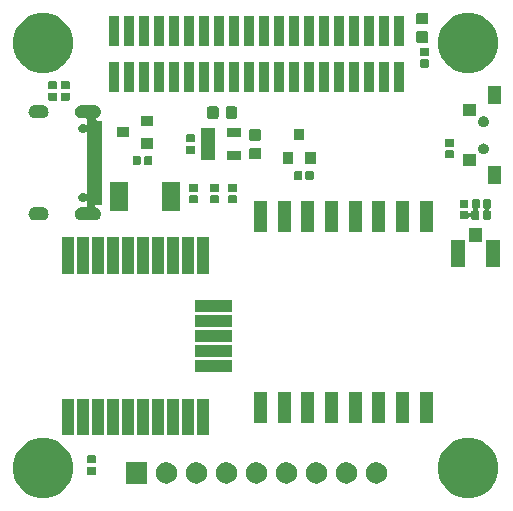
<source format=gbr>
G04 #@! TF.GenerationSoftware,KiCad,Pcbnew,(5.1.6)-1*
G04 #@! TF.CreationDate,2020-10-15T10:51:02+02:00*
G04 #@! TF.ProjectId,DynOSSAT-EDU-Comms,44796e4f-5353-4415-942d-4544552d436f,rev?*
G04 #@! TF.SameCoordinates,Original*
G04 #@! TF.FileFunction,Soldermask,Top*
G04 #@! TF.FilePolarity,Negative*
%FSLAX46Y46*%
G04 Gerber Fmt 4.6, Leading zero omitted, Abs format (unit mm)*
G04 Created by KiCad (PCBNEW (5.1.6)-1) date 2020-10-15 10:51:02*
%MOMM*%
%LPD*%
G01*
G04 APERTURE LIST*
%ADD10C,0.100000*%
G04 APERTURE END LIST*
D10*
G36*
X167649098Y-125055033D02*
G01*
X168113350Y-125247332D01*
X168113352Y-125247333D01*
X168531168Y-125526509D01*
X168886491Y-125881832D01*
X169021575Y-126084000D01*
X169165668Y-126299650D01*
X169357967Y-126763902D01*
X169456000Y-127256747D01*
X169456000Y-127759253D01*
X169357967Y-128252098D01*
X169259941Y-128488754D01*
X169165667Y-128716352D01*
X168886491Y-129134168D01*
X168531168Y-129489491D01*
X168113352Y-129768667D01*
X168113351Y-129768668D01*
X168113350Y-129768668D01*
X167649098Y-129960967D01*
X167156253Y-130059000D01*
X166653747Y-130059000D01*
X166160902Y-129960967D01*
X165696650Y-129768668D01*
X165696649Y-129768668D01*
X165696648Y-129768667D01*
X165278832Y-129489491D01*
X164923509Y-129134168D01*
X164644333Y-128716352D01*
X164550059Y-128488754D01*
X164452033Y-128252098D01*
X164354000Y-127759253D01*
X164354000Y-127256747D01*
X164452033Y-126763902D01*
X164644332Y-126299650D01*
X164788425Y-126084000D01*
X164923509Y-125881832D01*
X165278832Y-125526509D01*
X165696648Y-125247333D01*
X165696650Y-125247332D01*
X166160902Y-125055033D01*
X166653747Y-124957000D01*
X167156253Y-124957000D01*
X167649098Y-125055033D01*
G37*
G36*
X131647098Y-125055033D02*
G01*
X132111350Y-125247332D01*
X132111352Y-125247333D01*
X132529168Y-125526509D01*
X132884491Y-125881832D01*
X133019575Y-126084000D01*
X133163668Y-126299650D01*
X133355967Y-126763902D01*
X133454000Y-127256747D01*
X133454000Y-127759253D01*
X133355967Y-128252098D01*
X133257941Y-128488754D01*
X133163667Y-128716352D01*
X132884491Y-129134168D01*
X132529168Y-129489491D01*
X132111352Y-129768667D01*
X132111351Y-129768668D01*
X132111350Y-129768668D01*
X131647098Y-129960967D01*
X131154253Y-130059000D01*
X130651747Y-130059000D01*
X130158902Y-129960967D01*
X129694650Y-129768668D01*
X129694649Y-129768668D01*
X129694648Y-129768667D01*
X129276832Y-129489491D01*
X128921509Y-129134168D01*
X128642333Y-128716352D01*
X128548059Y-128488754D01*
X128450033Y-128252098D01*
X128352000Y-127759253D01*
X128352000Y-127256747D01*
X128450033Y-126763902D01*
X128642332Y-126299650D01*
X128786425Y-126084000D01*
X128921509Y-125881832D01*
X129276832Y-125526509D01*
X129694648Y-125247333D01*
X129694650Y-125247332D01*
X130158902Y-125055033D01*
X130651747Y-124957000D01*
X131154253Y-124957000D01*
X131647098Y-125055033D01*
G37*
G36*
X154164512Y-127018327D02*
G01*
X154313812Y-127048024D01*
X154477784Y-127115944D01*
X154625354Y-127214547D01*
X154750853Y-127340046D01*
X154849456Y-127487616D01*
X154917376Y-127651588D01*
X154938791Y-127759252D01*
X154952000Y-127825658D01*
X154952000Y-128003142D01*
X154947073Y-128027912D01*
X154917376Y-128177212D01*
X154849456Y-128341184D01*
X154750853Y-128488754D01*
X154625354Y-128614253D01*
X154477784Y-128712856D01*
X154313812Y-128780776D01*
X154164512Y-128810473D01*
X154139742Y-128815400D01*
X153962258Y-128815400D01*
X153937488Y-128810473D01*
X153788188Y-128780776D01*
X153624216Y-128712856D01*
X153476646Y-128614253D01*
X153351147Y-128488754D01*
X153252544Y-128341184D01*
X153184624Y-128177212D01*
X153154927Y-128027912D01*
X153150000Y-128003142D01*
X153150000Y-127825658D01*
X153163209Y-127759252D01*
X153184624Y-127651588D01*
X153252544Y-127487616D01*
X153351147Y-127340046D01*
X153476646Y-127214547D01*
X153624216Y-127115944D01*
X153788188Y-127048024D01*
X153937488Y-127018327D01*
X153962258Y-127013400D01*
X154139742Y-127013400D01*
X154164512Y-127018327D01*
G37*
G36*
X149084512Y-127018327D02*
G01*
X149233812Y-127048024D01*
X149397784Y-127115944D01*
X149545354Y-127214547D01*
X149670853Y-127340046D01*
X149769456Y-127487616D01*
X149837376Y-127651588D01*
X149858791Y-127759252D01*
X149872000Y-127825658D01*
X149872000Y-128003142D01*
X149867073Y-128027912D01*
X149837376Y-128177212D01*
X149769456Y-128341184D01*
X149670853Y-128488754D01*
X149545354Y-128614253D01*
X149397784Y-128712856D01*
X149233812Y-128780776D01*
X149084512Y-128810473D01*
X149059742Y-128815400D01*
X148882258Y-128815400D01*
X148857488Y-128810473D01*
X148708188Y-128780776D01*
X148544216Y-128712856D01*
X148396646Y-128614253D01*
X148271147Y-128488754D01*
X148172544Y-128341184D01*
X148104624Y-128177212D01*
X148074927Y-128027912D01*
X148070000Y-128003142D01*
X148070000Y-127825658D01*
X148083209Y-127759252D01*
X148104624Y-127651588D01*
X148172544Y-127487616D01*
X148271147Y-127340046D01*
X148396646Y-127214547D01*
X148544216Y-127115944D01*
X148708188Y-127048024D01*
X148857488Y-127018327D01*
X148882258Y-127013400D01*
X149059742Y-127013400D01*
X149084512Y-127018327D01*
G37*
G36*
X146544512Y-127018327D02*
G01*
X146693812Y-127048024D01*
X146857784Y-127115944D01*
X147005354Y-127214547D01*
X147130853Y-127340046D01*
X147229456Y-127487616D01*
X147297376Y-127651588D01*
X147318791Y-127759252D01*
X147332000Y-127825658D01*
X147332000Y-128003142D01*
X147327073Y-128027912D01*
X147297376Y-128177212D01*
X147229456Y-128341184D01*
X147130853Y-128488754D01*
X147005354Y-128614253D01*
X146857784Y-128712856D01*
X146693812Y-128780776D01*
X146544512Y-128810473D01*
X146519742Y-128815400D01*
X146342258Y-128815400D01*
X146317488Y-128810473D01*
X146168188Y-128780776D01*
X146004216Y-128712856D01*
X145856646Y-128614253D01*
X145731147Y-128488754D01*
X145632544Y-128341184D01*
X145564624Y-128177212D01*
X145534927Y-128027912D01*
X145530000Y-128003142D01*
X145530000Y-127825658D01*
X145543209Y-127759252D01*
X145564624Y-127651588D01*
X145632544Y-127487616D01*
X145731147Y-127340046D01*
X145856646Y-127214547D01*
X146004216Y-127115944D01*
X146168188Y-127048024D01*
X146317488Y-127018327D01*
X146342258Y-127013400D01*
X146519742Y-127013400D01*
X146544512Y-127018327D01*
G37*
G36*
X144004512Y-127018327D02*
G01*
X144153812Y-127048024D01*
X144317784Y-127115944D01*
X144465354Y-127214547D01*
X144590853Y-127340046D01*
X144689456Y-127487616D01*
X144757376Y-127651588D01*
X144778791Y-127759252D01*
X144792000Y-127825658D01*
X144792000Y-128003142D01*
X144787073Y-128027912D01*
X144757376Y-128177212D01*
X144689456Y-128341184D01*
X144590853Y-128488754D01*
X144465354Y-128614253D01*
X144317784Y-128712856D01*
X144153812Y-128780776D01*
X144004512Y-128810473D01*
X143979742Y-128815400D01*
X143802258Y-128815400D01*
X143777488Y-128810473D01*
X143628188Y-128780776D01*
X143464216Y-128712856D01*
X143316646Y-128614253D01*
X143191147Y-128488754D01*
X143092544Y-128341184D01*
X143024624Y-128177212D01*
X142994927Y-128027912D01*
X142990000Y-128003142D01*
X142990000Y-127825658D01*
X143003209Y-127759252D01*
X143024624Y-127651588D01*
X143092544Y-127487616D01*
X143191147Y-127340046D01*
X143316646Y-127214547D01*
X143464216Y-127115944D01*
X143628188Y-127048024D01*
X143777488Y-127018327D01*
X143802258Y-127013400D01*
X143979742Y-127013400D01*
X144004512Y-127018327D01*
G37*
G36*
X141464512Y-127018327D02*
G01*
X141613812Y-127048024D01*
X141777784Y-127115944D01*
X141925354Y-127214547D01*
X142050853Y-127340046D01*
X142149456Y-127487616D01*
X142217376Y-127651588D01*
X142238791Y-127759252D01*
X142252000Y-127825658D01*
X142252000Y-128003142D01*
X142247073Y-128027912D01*
X142217376Y-128177212D01*
X142149456Y-128341184D01*
X142050853Y-128488754D01*
X141925354Y-128614253D01*
X141777784Y-128712856D01*
X141613812Y-128780776D01*
X141464512Y-128810473D01*
X141439742Y-128815400D01*
X141262258Y-128815400D01*
X141237488Y-128810473D01*
X141088188Y-128780776D01*
X140924216Y-128712856D01*
X140776646Y-128614253D01*
X140651147Y-128488754D01*
X140552544Y-128341184D01*
X140484624Y-128177212D01*
X140454927Y-128027912D01*
X140450000Y-128003142D01*
X140450000Y-127825658D01*
X140463209Y-127759252D01*
X140484624Y-127651588D01*
X140552544Y-127487616D01*
X140651147Y-127340046D01*
X140776646Y-127214547D01*
X140924216Y-127115944D01*
X141088188Y-127048024D01*
X141237488Y-127018327D01*
X141262258Y-127013400D01*
X141439742Y-127013400D01*
X141464512Y-127018327D01*
G37*
G36*
X139712000Y-128815400D02*
G01*
X137910000Y-128815400D01*
X137910000Y-127013400D01*
X139712000Y-127013400D01*
X139712000Y-128815400D01*
G37*
G36*
X156704512Y-127018327D02*
G01*
X156853812Y-127048024D01*
X157017784Y-127115944D01*
X157165354Y-127214547D01*
X157290853Y-127340046D01*
X157389456Y-127487616D01*
X157457376Y-127651588D01*
X157478791Y-127759252D01*
X157492000Y-127825658D01*
X157492000Y-128003142D01*
X157487073Y-128027912D01*
X157457376Y-128177212D01*
X157389456Y-128341184D01*
X157290853Y-128488754D01*
X157165354Y-128614253D01*
X157017784Y-128712856D01*
X156853812Y-128780776D01*
X156704512Y-128810473D01*
X156679742Y-128815400D01*
X156502258Y-128815400D01*
X156477488Y-128810473D01*
X156328188Y-128780776D01*
X156164216Y-128712856D01*
X156016646Y-128614253D01*
X155891147Y-128488754D01*
X155792544Y-128341184D01*
X155724624Y-128177212D01*
X155694927Y-128027912D01*
X155690000Y-128003142D01*
X155690000Y-127825658D01*
X155703209Y-127759252D01*
X155724624Y-127651588D01*
X155792544Y-127487616D01*
X155891147Y-127340046D01*
X156016646Y-127214547D01*
X156164216Y-127115944D01*
X156328188Y-127048024D01*
X156477488Y-127018327D01*
X156502258Y-127013400D01*
X156679742Y-127013400D01*
X156704512Y-127018327D01*
G37*
G36*
X159244512Y-127018327D02*
G01*
X159393812Y-127048024D01*
X159557784Y-127115944D01*
X159705354Y-127214547D01*
X159830853Y-127340046D01*
X159929456Y-127487616D01*
X159997376Y-127651588D01*
X160018791Y-127759252D01*
X160032000Y-127825658D01*
X160032000Y-128003142D01*
X160027073Y-128027912D01*
X159997376Y-128177212D01*
X159929456Y-128341184D01*
X159830853Y-128488754D01*
X159705354Y-128614253D01*
X159557784Y-128712856D01*
X159393812Y-128780776D01*
X159244512Y-128810473D01*
X159219742Y-128815400D01*
X159042258Y-128815400D01*
X159017488Y-128810473D01*
X158868188Y-128780776D01*
X158704216Y-128712856D01*
X158556646Y-128614253D01*
X158431147Y-128488754D01*
X158332544Y-128341184D01*
X158264624Y-128177212D01*
X158234927Y-128027912D01*
X158230000Y-128003142D01*
X158230000Y-127825658D01*
X158243209Y-127759252D01*
X158264624Y-127651588D01*
X158332544Y-127487616D01*
X158431147Y-127340046D01*
X158556646Y-127214547D01*
X158704216Y-127115944D01*
X158868188Y-127048024D01*
X159017488Y-127018327D01*
X159042258Y-127013400D01*
X159219742Y-127013400D01*
X159244512Y-127018327D01*
G37*
G36*
X151624512Y-127018327D02*
G01*
X151773812Y-127048024D01*
X151937784Y-127115944D01*
X152085354Y-127214547D01*
X152210853Y-127340046D01*
X152309456Y-127487616D01*
X152377376Y-127651588D01*
X152398791Y-127759252D01*
X152412000Y-127825658D01*
X152412000Y-128003142D01*
X152407073Y-128027912D01*
X152377376Y-128177212D01*
X152309456Y-128341184D01*
X152210853Y-128488754D01*
X152085354Y-128614253D01*
X151937784Y-128712856D01*
X151773812Y-128780776D01*
X151624512Y-128810473D01*
X151599742Y-128815400D01*
X151422258Y-128815400D01*
X151397488Y-128810473D01*
X151248188Y-128780776D01*
X151084216Y-128712856D01*
X150936646Y-128614253D01*
X150811147Y-128488754D01*
X150712544Y-128341184D01*
X150644624Y-128177212D01*
X150614927Y-128027912D01*
X150610000Y-128003142D01*
X150610000Y-127825658D01*
X150623209Y-127759252D01*
X150644624Y-127651588D01*
X150712544Y-127487616D01*
X150811147Y-127340046D01*
X150936646Y-127214547D01*
X151084216Y-127115944D01*
X151248188Y-127048024D01*
X151397488Y-127018327D01*
X151422258Y-127013400D01*
X151599742Y-127013400D01*
X151624512Y-127018327D01*
G37*
G36*
X135282938Y-127395716D02*
G01*
X135303557Y-127401971D01*
X135322553Y-127412124D01*
X135339208Y-127425792D01*
X135352876Y-127442447D01*
X135363029Y-127461443D01*
X135369284Y-127482062D01*
X135372000Y-127509640D01*
X135372000Y-127968360D01*
X135369284Y-127995938D01*
X135363029Y-128016557D01*
X135352876Y-128035553D01*
X135339208Y-128052208D01*
X135322553Y-128065876D01*
X135303557Y-128076029D01*
X135282938Y-128082284D01*
X135255360Y-128085000D01*
X134746640Y-128085000D01*
X134719062Y-128082284D01*
X134698443Y-128076029D01*
X134679447Y-128065876D01*
X134662792Y-128052208D01*
X134649124Y-128035553D01*
X134638971Y-128016557D01*
X134632716Y-127995938D01*
X134630000Y-127968360D01*
X134630000Y-127509640D01*
X134632716Y-127482062D01*
X134638971Y-127461443D01*
X134649124Y-127442447D01*
X134662792Y-127425792D01*
X134679447Y-127412124D01*
X134698443Y-127401971D01*
X134719062Y-127395716D01*
X134746640Y-127393000D01*
X135255360Y-127393000D01*
X135282938Y-127395716D01*
G37*
G36*
X135282938Y-126425716D02*
G01*
X135303557Y-126431971D01*
X135322553Y-126442124D01*
X135339208Y-126455792D01*
X135352876Y-126472447D01*
X135363029Y-126491443D01*
X135369284Y-126512062D01*
X135372000Y-126539640D01*
X135372000Y-126998360D01*
X135369284Y-127025938D01*
X135363029Y-127046557D01*
X135352876Y-127065553D01*
X135339208Y-127082208D01*
X135322553Y-127095876D01*
X135303557Y-127106029D01*
X135282938Y-127112284D01*
X135255360Y-127115000D01*
X134746640Y-127115000D01*
X134719062Y-127112284D01*
X134698443Y-127106029D01*
X134679447Y-127095876D01*
X134662792Y-127082208D01*
X134649124Y-127065553D01*
X134638971Y-127046557D01*
X134632716Y-127025938D01*
X134630000Y-126998360D01*
X134630000Y-126539640D01*
X134632716Y-126512062D01*
X134638971Y-126491443D01*
X134649124Y-126472447D01*
X134662792Y-126455792D01*
X134679447Y-126442124D01*
X134698443Y-126431971D01*
X134719062Y-126425716D01*
X134746640Y-126423000D01*
X135255360Y-126423000D01*
X135282938Y-126425716D01*
G37*
G36*
X142413000Y-124733000D02*
G01*
X141411000Y-124733000D01*
X141411000Y-121631000D01*
X142413000Y-121631000D01*
X142413000Y-124733000D01*
G37*
G36*
X144953000Y-124733000D02*
G01*
X143951000Y-124733000D01*
X143951000Y-121631000D01*
X144953000Y-121631000D01*
X144953000Y-124733000D01*
G37*
G36*
X143683000Y-124733000D02*
G01*
X142681000Y-124733000D01*
X142681000Y-121631000D01*
X143683000Y-121631000D01*
X143683000Y-124733000D01*
G37*
G36*
X141143000Y-124733000D02*
G01*
X140141000Y-124733000D01*
X140141000Y-121631000D01*
X141143000Y-121631000D01*
X141143000Y-124733000D01*
G37*
G36*
X139873000Y-124733000D02*
G01*
X138871000Y-124733000D01*
X138871000Y-121631000D01*
X139873000Y-121631000D01*
X139873000Y-124733000D01*
G37*
G36*
X137333000Y-124733000D02*
G01*
X136331000Y-124733000D01*
X136331000Y-121631000D01*
X137333000Y-121631000D01*
X137333000Y-124733000D01*
G37*
G36*
X134793000Y-124733000D02*
G01*
X133791000Y-124733000D01*
X133791000Y-121631000D01*
X134793000Y-121631000D01*
X134793000Y-124733000D01*
G37*
G36*
X136063000Y-124733000D02*
G01*
X135061000Y-124733000D01*
X135061000Y-121631000D01*
X136063000Y-121631000D01*
X136063000Y-124733000D01*
G37*
G36*
X133523000Y-124733000D02*
G01*
X132521000Y-124733000D01*
X132521000Y-121631000D01*
X133523000Y-121631000D01*
X133523000Y-124733000D01*
G37*
G36*
X138603000Y-124733000D02*
G01*
X137601000Y-124733000D01*
X137601000Y-121631000D01*
X138603000Y-121631000D01*
X138603000Y-124733000D01*
G37*
G36*
X163888000Y-123701000D02*
G01*
X162786000Y-123701000D01*
X162786000Y-121099000D01*
X163888000Y-121099000D01*
X163888000Y-123701000D01*
G37*
G36*
X151888000Y-123701000D02*
G01*
X150786000Y-123701000D01*
X150786000Y-121099000D01*
X151888000Y-121099000D01*
X151888000Y-123701000D01*
G37*
G36*
X161888000Y-123701000D02*
G01*
X160786000Y-123701000D01*
X160786000Y-121099000D01*
X161888000Y-121099000D01*
X161888000Y-123701000D01*
G37*
G36*
X159888000Y-123701000D02*
G01*
X158786000Y-123701000D01*
X158786000Y-121099000D01*
X159888000Y-121099000D01*
X159888000Y-123701000D01*
G37*
G36*
X157888000Y-123701000D02*
G01*
X156786000Y-123701000D01*
X156786000Y-121099000D01*
X157888000Y-121099000D01*
X157888000Y-123701000D01*
G37*
G36*
X153888000Y-123701000D02*
G01*
X152786000Y-123701000D01*
X152786000Y-121099000D01*
X153888000Y-121099000D01*
X153888000Y-123701000D01*
G37*
G36*
X149888000Y-123701000D02*
G01*
X148786000Y-123701000D01*
X148786000Y-121099000D01*
X149888000Y-121099000D01*
X149888000Y-123701000D01*
G37*
G36*
X155888000Y-123701000D02*
G01*
X154786000Y-123701000D01*
X154786000Y-121099000D01*
X155888000Y-121099000D01*
X155888000Y-123701000D01*
G37*
G36*
X146903000Y-119383000D02*
G01*
X143801000Y-119383000D01*
X143801000Y-118381000D01*
X146903000Y-118381000D01*
X146903000Y-119383000D01*
G37*
G36*
X146903000Y-118113000D02*
G01*
X143801000Y-118113000D01*
X143801000Y-117111000D01*
X146903000Y-117111000D01*
X146903000Y-118113000D01*
G37*
G36*
X146903000Y-116833000D02*
G01*
X143801000Y-116833000D01*
X143801000Y-115831000D01*
X146903000Y-115831000D01*
X146903000Y-116833000D01*
G37*
G36*
X146903000Y-115553000D02*
G01*
X143801000Y-115553000D01*
X143801000Y-114551000D01*
X146903000Y-114551000D01*
X146903000Y-115553000D01*
G37*
G36*
X146903000Y-114283000D02*
G01*
X143801000Y-114283000D01*
X143801000Y-113281000D01*
X146903000Y-113281000D01*
X146903000Y-114283000D01*
G37*
G36*
X137333000Y-111033000D02*
G01*
X136331000Y-111033000D01*
X136331000Y-107931000D01*
X137333000Y-107931000D01*
X137333000Y-111033000D01*
G37*
G36*
X142413000Y-111033000D02*
G01*
X141411000Y-111033000D01*
X141411000Y-107931000D01*
X142413000Y-107931000D01*
X142413000Y-111033000D01*
G37*
G36*
X143683000Y-111033000D02*
G01*
X142681000Y-111033000D01*
X142681000Y-107931000D01*
X143683000Y-107931000D01*
X143683000Y-111033000D01*
G37*
G36*
X139873000Y-111033000D02*
G01*
X138871000Y-111033000D01*
X138871000Y-107931000D01*
X139873000Y-107931000D01*
X139873000Y-111033000D01*
G37*
G36*
X144953000Y-111033000D02*
G01*
X143951000Y-111033000D01*
X143951000Y-107931000D01*
X144953000Y-107931000D01*
X144953000Y-111033000D01*
G37*
G36*
X134793000Y-111033000D02*
G01*
X133791000Y-111033000D01*
X133791000Y-107931000D01*
X134793000Y-107931000D01*
X134793000Y-111033000D01*
G37*
G36*
X136063000Y-111033000D02*
G01*
X135061000Y-111033000D01*
X135061000Y-107931000D01*
X136063000Y-107931000D01*
X136063000Y-111033000D01*
G37*
G36*
X141143000Y-111033000D02*
G01*
X140141000Y-111033000D01*
X140141000Y-107931000D01*
X141143000Y-107931000D01*
X141143000Y-111033000D01*
G37*
G36*
X138603000Y-111033000D02*
G01*
X137601000Y-111033000D01*
X137601000Y-107931000D01*
X138603000Y-107931000D01*
X138603000Y-111033000D01*
G37*
G36*
X133523000Y-111033000D02*
G01*
X132521000Y-111033000D01*
X132521000Y-107931000D01*
X133523000Y-107931000D01*
X133523000Y-111033000D01*
G37*
G36*
X166614000Y-110465000D02*
G01*
X165462000Y-110465000D01*
X165462000Y-108163000D01*
X166614000Y-108163000D01*
X166614000Y-110465000D01*
G37*
G36*
X169564000Y-110465000D02*
G01*
X168412000Y-110465000D01*
X168412000Y-108163000D01*
X169564000Y-108163000D01*
X169564000Y-110465000D01*
G37*
G36*
X168064000Y-108365000D02*
G01*
X166962000Y-108365000D01*
X166962000Y-107213000D01*
X168064000Y-107213000D01*
X168064000Y-108365000D01*
G37*
G36*
X163888000Y-107501000D02*
G01*
X162786000Y-107501000D01*
X162786000Y-104899000D01*
X163888000Y-104899000D01*
X163888000Y-107501000D01*
G37*
G36*
X149888000Y-107501000D02*
G01*
X148786000Y-107501000D01*
X148786000Y-104899000D01*
X149888000Y-104899000D01*
X149888000Y-107501000D01*
G37*
G36*
X151888000Y-107501000D02*
G01*
X150786000Y-107501000D01*
X150786000Y-104899000D01*
X151888000Y-104899000D01*
X151888000Y-107501000D01*
G37*
G36*
X159888000Y-107501000D02*
G01*
X158786000Y-107501000D01*
X158786000Y-104899000D01*
X159888000Y-104899000D01*
X159888000Y-107501000D01*
G37*
G36*
X155888000Y-107501000D02*
G01*
X154786000Y-107501000D01*
X154786000Y-104899000D01*
X155888000Y-104899000D01*
X155888000Y-107501000D01*
G37*
G36*
X161888000Y-107501000D02*
G01*
X160786000Y-107501000D01*
X160786000Y-104899000D01*
X161888000Y-104899000D01*
X161888000Y-107501000D01*
G37*
G36*
X153888000Y-107501000D02*
G01*
X152786000Y-107501000D01*
X152786000Y-104899000D01*
X153888000Y-104899000D01*
X153888000Y-107501000D01*
G37*
G36*
X157888000Y-107501000D02*
G01*
X156786000Y-107501000D01*
X156786000Y-104899000D01*
X157888000Y-104899000D01*
X157888000Y-107501000D01*
G37*
G36*
X135366915Y-96802473D02*
G01*
X135470779Y-96833979D01*
X135497955Y-96848505D01*
X135566500Y-96885143D01*
X135650401Y-96953999D01*
X135719257Y-97037900D01*
X135736890Y-97070890D01*
X135770421Y-97133621D01*
X135801927Y-97237485D01*
X135812566Y-97345500D01*
X135801927Y-97453515D01*
X135770421Y-97557379D01*
X135770419Y-97557382D01*
X135719257Y-97653100D01*
X135650401Y-97737001D01*
X135566500Y-97805857D01*
X135506613Y-97837867D01*
X135470779Y-97857021D01*
X135470776Y-97857022D01*
X135461908Y-97861762D01*
X135441534Y-97875375D01*
X135424207Y-97892702D01*
X135410593Y-97913077D01*
X135401215Y-97935715D01*
X135396435Y-97959749D01*
X135396435Y-97984253D01*
X135401215Y-98008286D01*
X135410593Y-98030925D01*
X135424206Y-98051299D01*
X135441533Y-98068626D01*
X135461908Y-98082240D01*
X135484546Y-98091618D01*
X135508580Y-98096398D01*
X135520832Y-98097000D01*
X135906400Y-98097000D01*
X135906400Y-105197500D01*
X135402021Y-105197500D01*
X135377635Y-105199902D01*
X135354186Y-105207015D01*
X135332575Y-105218566D01*
X135313633Y-105234111D01*
X135298088Y-105253053D01*
X135286537Y-105274664D01*
X135279424Y-105298113D01*
X135277022Y-105322499D01*
X135279424Y-105346885D01*
X135286537Y-105370334D01*
X135298088Y-105391945D01*
X135313633Y-105410887D01*
X135332575Y-105426432D01*
X135354186Y-105437983D01*
X135365736Y-105442116D01*
X135366912Y-105442473D01*
X135366915Y-105442473D01*
X135470779Y-105473979D01*
X135471192Y-105474200D01*
X135566500Y-105525143D01*
X135650401Y-105593999D01*
X135719257Y-105677900D01*
X135746603Y-105729061D01*
X135770421Y-105773621D01*
X135801927Y-105877485D01*
X135812566Y-105985500D01*
X135801927Y-106093515D01*
X135770421Y-106197379D01*
X135770419Y-106197382D01*
X135719257Y-106293100D01*
X135650401Y-106377001D01*
X135566500Y-106445857D01*
X135497955Y-106482495D01*
X135470779Y-106497021D01*
X135366915Y-106528527D01*
X135285967Y-106536500D01*
X134131833Y-106536500D01*
X134050885Y-106528527D01*
X133947021Y-106497021D01*
X133919845Y-106482495D01*
X133851300Y-106445857D01*
X133767399Y-106377001D01*
X133698543Y-106293100D01*
X133647381Y-106197382D01*
X133647379Y-106197379D01*
X133615873Y-106093515D01*
X133605234Y-105985500D01*
X133615873Y-105877485D01*
X133647379Y-105773621D01*
X133671197Y-105729061D01*
X133698543Y-105677900D01*
X133767399Y-105593999D01*
X133851300Y-105525143D01*
X133946608Y-105474200D01*
X133947021Y-105473979D01*
X134050885Y-105442473D01*
X134131833Y-105434500D01*
X134529401Y-105434500D01*
X134553787Y-105432098D01*
X134577236Y-105424985D01*
X134598847Y-105413434D01*
X134617789Y-105397889D01*
X134633334Y-105378947D01*
X134644885Y-105357336D01*
X134651998Y-105333887D01*
X134654400Y-105309501D01*
X134654400Y-105009978D01*
X134651998Y-104985592D01*
X134644885Y-104962143D01*
X134633334Y-104940532D01*
X134617789Y-104921590D01*
X134598847Y-104906045D01*
X134577236Y-104894494D01*
X134553787Y-104887381D01*
X134529401Y-104884979D01*
X134505015Y-104887381D01*
X134481566Y-104894494D01*
X134459957Y-104906045D01*
X134442503Y-104917707D01*
X134374075Y-104946050D01*
X134374074Y-104946050D01*
X134374072Y-104946051D01*
X134301434Y-104960500D01*
X134227366Y-104960500D01*
X134154728Y-104946051D01*
X134154726Y-104946050D01*
X134154725Y-104946050D01*
X134086297Y-104917707D01*
X134024714Y-104876558D01*
X133972342Y-104824186D01*
X133931193Y-104762603D01*
X133902850Y-104694175D01*
X133888400Y-104621533D01*
X133888400Y-104547467D01*
X133888841Y-104545249D01*
X133902849Y-104474828D01*
X133903008Y-104474443D01*
X133931193Y-104406397D01*
X133972342Y-104344814D01*
X134024714Y-104292442D01*
X134086297Y-104251293D01*
X134154725Y-104222950D01*
X134154726Y-104222950D01*
X134154728Y-104222949D01*
X134227366Y-104208500D01*
X134301434Y-104208500D01*
X134374072Y-104222949D01*
X134374074Y-104222950D01*
X134374075Y-104222950D01*
X134442503Y-104251293D01*
X134442504Y-104251294D01*
X134442506Y-104251295D01*
X134459956Y-104262955D01*
X134481567Y-104274506D01*
X134505016Y-104281619D01*
X134529402Y-104284021D01*
X134553788Y-104281619D01*
X134577237Y-104274506D01*
X134598847Y-104262955D01*
X134617789Y-104247409D01*
X134633334Y-104228467D01*
X134644885Y-104206856D01*
X134651998Y-104183407D01*
X134654400Y-104159022D01*
X134654400Y-99167978D01*
X134651998Y-99143592D01*
X134644885Y-99120143D01*
X134633334Y-99098532D01*
X134617789Y-99079590D01*
X134598847Y-99064045D01*
X134577236Y-99052494D01*
X134553787Y-99045381D01*
X134529401Y-99042979D01*
X134505015Y-99045381D01*
X134481566Y-99052494D01*
X134459957Y-99064045D01*
X134442503Y-99075707D01*
X134374075Y-99104050D01*
X134374074Y-99104050D01*
X134374072Y-99104051D01*
X134301434Y-99118500D01*
X134227366Y-99118500D01*
X134154728Y-99104051D01*
X134154726Y-99104050D01*
X134154725Y-99104050D01*
X134086297Y-99075707D01*
X134024714Y-99034558D01*
X133972342Y-98982186D01*
X133931193Y-98920603D01*
X133902850Y-98852175D01*
X133900660Y-98841164D01*
X133888400Y-98779534D01*
X133888400Y-98705466D01*
X133902849Y-98632828D01*
X133902850Y-98632825D01*
X133931193Y-98564397D01*
X133972342Y-98502814D01*
X134024714Y-98450442D01*
X134086297Y-98409293D01*
X134154725Y-98380950D01*
X134154726Y-98380950D01*
X134154728Y-98380949D01*
X134227366Y-98366500D01*
X134301434Y-98366500D01*
X134374072Y-98380949D01*
X134374074Y-98380950D01*
X134374075Y-98380950D01*
X134442503Y-98409293D01*
X134442504Y-98409294D01*
X134442506Y-98409295D01*
X134459956Y-98420955D01*
X134481567Y-98432506D01*
X134505016Y-98439619D01*
X134529402Y-98442021D01*
X134553788Y-98439619D01*
X134577237Y-98432506D01*
X134598847Y-98420955D01*
X134617789Y-98405409D01*
X134633334Y-98386467D01*
X134644885Y-98364856D01*
X134651998Y-98341407D01*
X134654400Y-98317022D01*
X134654400Y-98021499D01*
X134651998Y-97997113D01*
X134644885Y-97973664D01*
X134633334Y-97952053D01*
X134617789Y-97933111D01*
X134598847Y-97917566D01*
X134577236Y-97906015D01*
X134553787Y-97898902D01*
X134529401Y-97896500D01*
X134131833Y-97896500D01*
X134050885Y-97888527D01*
X133947021Y-97857021D01*
X133919845Y-97842495D01*
X133851300Y-97805857D01*
X133767399Y-97737001D01*
X133698543Y-97653100D01*
X133647381Y-97557382D01*
X133647379Y-97557379D01*
X133615873Y-97453515D01*
X133605234Y-97345500D01*
X133615873Y-97237485D01*
X133647379Y-97133621D01*
X133680910Y-97070890D01*
X133698543Y-97037900D01*
X133767399Y-96953999D01*
X133851300Y-96885143D01*
X133919845Y-96848505D01*
X133947021Y-96833979D01*
X134050885Y-96802473D01*
X134131833Y-96794500D01*
X135285967Y-96794500D01*
X135366915Y-96802473D01*
G37*
G36*
X130936915Y-105438473D02*
G01*
X131040779Y-105469979D01*
X131064159Y-105482476D01*
X131136500Y-105521143D01*
X131220401Y-105589999D01*
X131289257Y-105673900D01*
X131318741Y-105729061D01*
X131340421Y-105769621D01*
X131371927Y-105873485D01*
X131382566Y-105981500D01*
X131371927Y-106089515D01*
X131340421Y-106193379D01*
X131340419Y-106193382D01*
X131289257Y-106289100D01*
X131220401Y-106373001D01*
X131136500Y-106441857D01*
X131067955Y-106478495D01*
X131040779Y-106493021D01*
X130936915Y-106524527D01*
X130855967Y-106532500D01*
X130201833Y-106532500D01*
X130120885Y-106524527D01*
X130017021Y-106493021D01*
X129989845Y-106478495D01*
X129921300Y-106441857D01*
X129837399Y-106373001D01*
X129768543Y-106289100D01*
X129717381Y-106193382D01*
X129717379Y-106193379D01*
X129685873Y-106089515D01*
X129675234Y-105981500D01*
X129685873Y-105873485D01*
X129717379Y-105769621D01*
X129739059Y-105729061D01*
X129768543Y-105673900D01*
X129837399Y-105589999D01*
X129921300Y-105521143D01*
X129993641Y-105482476D01*
X130017021Y-105469979D01*
X130120885Y-105438473D01*
X130201833Y-105430500D01*
X130855967Y-105430500D01*
X130936915Y-105438473D01*
G37*
G36*
X168762938Y-104762316D02*
G01*
X168783557Y-104768571D01*
X168802553Y-104778724D01*
X168819208Y-104792392D01*
X168832876Y-104809047D01*
X168843029Y-104828043D01*
X168849284Y-104848662D01*
X168852000Y-104876240D01*
X168852000Y-105384960D01*
X168849284Y-105412538D01*
X168843029Y-105433157D01*
X168832876Y-105452153D01*
X168819208Y-105468808D01*
X168802553Y-105482476D01*
X168783556Y-105492630D01*
X168767715Y-105497435D01*
X168745076Y-105506811D01*
X168724702Y-105520425D01*
X168707374Y-105537751D01*
X168693760Y-105558126D01*
X168684382Y-105580764D01*
X168679601Y-105604797D01*
X168679601Y-105629301D01*
X168684381Y-105653335D01*
X168693757Y-105675974D01*
X168707371Y-105696348D01*
X168724697Y-105713676D01*
X168745072Y-105727290D01*
X168749346Y-105729061D01*
X168777153Y-105743924D01*
X168793808Y-105757592D01*
X168807476Y-105774247D01*
X168817629Y-105793243D01*
X168823884Y-105813862D01*
X168826600Y-105841440D01*
X168826600Y-106350160D01*
X168823884Y-106377738D01*
X168817629Y-106398357D01*
X168807476Y-106417353D01*
X168793808Y-106434008D01*
X168777153Y-106447676D01*
X168758157Y-106457829D01*
X168737538Y-106464084D01*
X168709960Y-106466800D01*
X168251240Y-106466800D01*
X168223662Y-106464084D01*
X168203043Y-106457829D01*
X168184047Y-106447676D01*
X168167392Y-106434008D01*
X168153724Y-106417353D01*
X168143571Y-106398357D01*
X168137316Y-106377738D01*
X168134600Y-106350160D01*
X168134600Y-105841440D01*
X168137316Y-105813862D01*
X168143571Y-105793243D01*
X168153724Y-105774247D01*
X168167392Y-105757592D01*
X168184047Y-105743924D01*
X168203044Y-105733770D01*
X168218885Y-105728965D01*
X168241524Y-105719589D01*
X168261898Y-105705975D01*
X168279226Y-105688649D01*
X168292840Y-105668274D01*
X168302218Y-105645636D01*
X168306999Y-105621603D01*
X168306999Y-105597099D01*
X168302219Y-105573065D01*
X168292843Y-105550426D01*
X168279229Y-105530052D01*
X168261903Y-105512724D01*
X168241528Y-105499110D01*
X168237254Y-105497339D01*
X168209447Y-105482476D01*
X168192792Y-105468808D01*
X168179124Y-105452153D01*
X168168971Y-105433157D01*
X168162716Y-105412538D01*
X168160000Y-105384960D01*
X168160000Y-104876240D01*
X168162716Y-104848662D01*
X168168971Y-104828043D01*
X168179124Y-104809047D01*
X168192792Y-104792392D01*
X168209447Y-104778724D01*
X168228443Y-104768571D01*
X168249062Y-104762316D01*
X168276640Y-104759600D01*
X168735360Y-104759600D01*
X168762938Y-104762316D01*
G37*
G36*
X167792938Y-104762316D02*
G01*
X167813557Y-104768571D01*
X167832553Y-104778724D01*
X167849208Y-104792392D01*
X167862876Y-104809047D01*
X167873029Y-104828043D01*
X167879284Y-104848662D01*
X167882000Y-104876240D01*
X167882000Y-105384960D01*
X167879284Y-105412538D01*
X167873029Y-105433157D01*
X167862876Y-105452153D01*
X167849208Y-105468808D01*
X167832553Y-105482476D01*
X167813556Y-105492630D01*
X167797715Y-105497435D01*
X167775076Y-105506811D01*
X167754702Y-105520425D01*
X167737374Y-105537751D01*
X167723760Y-105558126D01*
X167714382Y-105580764D01*
X167709601Y-105604797D01*
X167709601Y-105629301D01*
X167714381Y-105653335D01*
X167723757Y-105675974D01*
X167737371Y-105696348D01*
X167754697Y-105713676D01*
X167775072Y-105727290D01*
X167779346Y-105729061D01*
X167807153Y-105743924D01*
X167823808Y-105757592D01*
X167837476Y-105774247D01*
X167847629Y-105793243D01*
X167853884Y-105813862D01*
X167856600Y-105841440D01*
X167856600Y-106350160D01*
X167853884Y-106377738D01*
X167847629Y-106398357D01*
X167837476Y-106417353D01*
X167823808Y-106434008D01*
X167807153Y-106447676D01*
X167788157Y-106457829D01*
X167767538Y-106464084D01*
X167739960Y-106466800D01*
X167281240Y-106466800D01*
X167253662Y-106464084D01*
X167233043Y-106457829D01*
X167214047Y-106447676D01*
X167197392Y-106434008D01*
X167183724Y-106417353D01*
X167173571Y-106398357D01*
X167167316Y-106377738D01*
X167164984Y-106354060D01*
X167160204Y-106330027D01*
X167150826Y-106307388D01*
X167137213Y-106287013D01*
X167119886Y-106269686D01*
X167099511Y-106256073D01*
X167076872Y-106246695D01*
X167052839Y-106241915D01*
X167028335Y-106241915D01*
X167004302Y-106246695D01*
X166981663Y-106256073D01*
X166961288Y-106269686D01*
X166943961Y-106287013D01*
X166930348Y-106307388D01*
X166920970Y-106330027D01*
X166916190Y-106354061D01*
X166916084Y-106355138D01*
X166909829Y-106375757D01*
X166899676Y-106394753D01*
X166886008Y-106411408D01*
X166869353Y-106425076D01*
X166850357Y-106435229D01*
X166829738Y-106441484D01*
X166802160Y-106444200D01*
X166293440Y-106444200D01*
X166265862Y-106441484D01*
X166245243Y-106435229D01*
X166226247Y-106425076D01*
X166209592Y-106411408D01*
X166195924Y-106394753D01*
X166185771Y-106375757D01*
X166179516Y-106355138D01*
X166176800Y-106327560D01*
X166176800Y-105868840D01*
X166179516Y-105841262D01*
X166185771Y-105820643D01*
X166195924Y-105801647D01*
X166209592Y-105784992D01*
X166226247Y-105771324D01*
X166245243Y-105761171D01*
X166265862Y-105754916D01*
X166293440Y-105752200D01*
X166802160Y-105752200D01*
X166829738Y-105754916D01*
X166850357Y-105761171D01*
X166869353Y-105771324D01*
X166886008Y-105784992D01*
X166899676Y-105801647D01*
X166909829Y-105820643D01*
X166916469Y-105842531D01*
X166920735Y-105863976D01*
X166930113Y-105886615D01*
X166943728Y-105906989D01*
X166961055Y-105924316D01*
X166981430Y-105937929D01*
X167004069Y-105947306D01*
X167028102Y-105952085D01*
X167052606Y-105952085D01*
X167076639Y-105947304D01*
X167099278Y-105937926D01*
X167119652Y-105924311D01*
X167136979Y-105906984D01*
X167150592Y-105886609D01*
X167159969Y-105863970D01*
X167164748Y-105839939D01*
X167167316Y-105813862D01*
X167173571Y-105793243D01*
X167183724Y-105774247D01*
X167197392Y-105757592D01*
X167214047Y-105743924D01*
X167233044Y-105733770D01*
X167248885Y-105728965D01*
X167271524Y-105719589D01*
X167291898Y-105705975D01*
X167309226Y-105688649D01*
X167322840Y-105668274D01*
X167332218Y-105645636D01*
X167336999Y-105621603D01*
X167336999Y-105597099D01*
X167332219Y-105573065D01*
X167322843Y-105550426D01*
X167309229Y-105530052D01*
X167291903Y-105512724D01*
X167271528Y-105499110D01*
X167267254Y-105497339D01*
X167239447Y-105482476D01*
X167222792Y-105468808D01*
X167209124Y-105452153D01*
X167198971Y-105433157D01*
X167192716Y-105412538D01*
X167190000Y-105384960D01*
X167190000Y-104876240D01*
X167192716Y-104848662D01*
X167198971Y-104828043D01*
X167209124Y-104809047D01*
X167222792Y-104792392D01*
X167239447Y-104778724D01*
X167258443Y-104768571D01*
X167279062Y-104762316D01*
X167306640Y-104759600D01*
X167765360Y-104759600D01*
X167792938Y-104762316D01*
G37*
G36*
X142473200Y-105722000D02*
G01*
X140971200Y-105722000D01*
X140971200Y-103320000D01*
X142473200Y-103320000D01*
X142473200Y-105722000D01*
G37*
G36*
X138073200Y-105722000D02*
G01*
X136571200Y-105722000D01*
X136571200Y-103320000D01*
X138073200Y-103320000D01*
X138073200Y-105722000D01*
G37*
G36*
X166829738Y-104784916D02*
G01*
X166850357Y-104791171D01*
X166869353Y-104801324D01*
X166886008Y-104814992D01*
X166899676Y-104831647D01*
X166909829Y-104850643D01*
X166916084Y-104871262D01*
X166918800Y-104898840D01*
X166918800Y-105357560D01*
X166916084Y-105385138D01*
X166909829Y-105405757D01*
X166899676Y-105424753D01*
X166886008Y-105441408D01*
X166869353Y-105455076D01*
X166850357Y-105465229D01*
X166829738Y-105471484D01*
X166802160Y-105474200D01*
X166293440Y-105474200D01*
X166265862Y-105471484D01*
X166245243Y-105465229D01*
X166226247Y-105455076D01*
X166209592Y-105441408D01*
X166195924Y-105424753D01*
X166185771Y-105405757D01*
X166179516Y-105385138D01*
X166176800Y-105357560D01*
X166176800Y-104898840D01*
X166179516Y-104871262D01*
X166185771Y-104850643D01*
X166195924Y-104831647D01*
X166209592Y-104814992D01*
X166226247Y-104801324D01*
X166245243Y-104791171D01*
X166265862Y-104784916D01*
X166293440Y-104782200D01*
X166802160Y-104782200D01*
X166829738Y-104784916D01*
G37*
G36*
X145722338Y-104408716D02*
G01*
X145742957Y-104414971D01*
X145761953Y-104425124D01*
X145778608Y-104438792D01*
X145792276Y-104455447D01*
X145802429Y-104474443D01*
X145808684Y-104495062D01*
X145811400Y-104522640D01*
X145811400Y-104981360D01*
X145808684Y-105008938D01*
X145802429Y-105029557D01*
X145792276Y-105048553D01*
X145778608Y-105065208D01*
X145761953Y-105078876D01*
X145742957Y-105089029D01*
X145722338Y-105095284D01*
X145694760Y-105098000D01*
X145186040Y-105098000D01*
X145158462Y-105095284D01*
X145137843Y-105089029D01*
X145118847Y-105078876D01*
X145102192Y-105065208D01*
X145088524Y-105048553D01*
X145078371Y-105029557D01*
X145072116Y-105008938D01*
X145069400Y-104981360D01*
X145069400Y-104522640D01*
X145072116Y-104495062D01*
X145078371Y-104474443D01*
X145088524Y-104455447D01*
X145102192Y-104438792D01*
X145118847Y-104425124D01*
X145137843Y-104414971D01*
X145158462Y-104408716D01*
X145186040Y-104406000D01*
X145694760Y-104406000D01*
X145722338Y-104408716D01*
G37*
G36*
X143944338Y-104408716D02*
G01*
X143964957Y-104414971D01*
X143983953Y-104425124D01*
X144000608Y-104438792D01*
X144014276Y-104455447D01*
X144024429Y-104474443D01*
X144030684Y-104495062D01*
X144033400Y-104522640D01*
X144033400Y-104981360D01*
X144030684Y-105008938D01*
X144024429Y-105029557D01*
X144014276Y-105048553D01*
X144000608Y-105065208D01*
X143983953Y-105078876D01*
X143964957Y-105089029D01*
X143944338Y-105095284D01*
X143916760Y-105098000D01*
X143408040Y-105098000D01*
X143380462Y-105095284D01*
X143359843Y-105089029D01*
X143340847Y-105078876D01*
X143324192Y-105065208D01*
X143310524Y-105048553D01*
X143300371Y-105029557D01*
X143294116Y-105008938D01*
X143291400Y-104981360D01*
X143291400Y-104522640D01*
X143294116Y-104495062D01*
X143300371Y-104474443D01*
X143310524Y-104455447D01*
X143324192Y-104438792D01*
X143340847Y-104425124D01*
X143359843Y-104414971D01*
X143380462Y-104408716D01*
X143408040Y-104406000D01*
X143916760Y-104406000D01*
X143944338Y-104408716D01*
G37*
G36*
X147246338Y-104408716D02*
G01*
X147266957Y-104414971D01*
X147285953Y-104425124D01*
X147302608Y-104438792D01*
X147316276Y-104455447D01*
X147326429Y-104474443D01*
X147332684Y-104495062D01*
X147335400Y-104522640D01*
X147335400Y-104981360D01*
X147332684Y-105008938D01*
X147326429Y-105029557D01*
X147316276Y-105048553D01*
X147302608Y-105065208D01*
X147285953Y-105078876D01*
X147266957Y-105089029D01*
X147246338Y-105095284D01*
X147218760Y-105098000D01*
X146710040Y-105098000D01*
X146682462Y-105095284D01*
X146661843Y-105089029D01*
X146642847Y-105078876D01*
X146626192Y-105065208D01*
X146612524Y-105048553D01*
X146602371Y-105029557D01*
X146596116Y-105008938D01*
X146593400Y-104981360D01*
X146593400Y-104522640D01*
X146596116Y-104495062D01*
X146602371Y-104474443D01*
X146612524Y-104455447D01*
X146626192Y-104438792D01*
X146642847Y-104425124D01*
X146661843Y-104414971D01*
X146682462Y-104408716D01*
X146710040Y-104406000D01*
X147218760Y-104406000D01*
X147246338Y-104408716D01*
G37*
G36*
X145722338Y-103438716D02*
G01*
X145742957Y-103444971D01*
X145761953Y-103455124D01*
X145778608Y-103468792D01*
X145792276Y-103485447D01*
X145802429Y-103504443D01*
X145808684Y-103525062D01*
X145811400Y-103552640D01*
X145811400Y-104011360D01*
X145808684Y-104038938D01*
X145802429Y-104059557D01*
X145792276Y-104078553D01*
X145778608Y-104095208D01*
X145761953Y-104108876D01*
X145742957Y-104119029D01*
X145722338Y-104125284D01*
X145694760Y-104128000D01*
X145186040Y-104128000D01*
X145158462Y-104125284D01*
X145137843Y-104119029D01*
X145118847Y-104108876D01*
X145102192Y-104095208D01*
X145088524Y-104078553D01*
X145078371Y-104059557D01*
X145072116Y-104038938D01*
X145069400Y-104011360D01*
X145069400Y-103552640D01*
X145072116Y-103525062D01*
X145078371Y-103504443D01*
X145088524Y-103485447D01*
X145102192Y-103468792D01*
X145118847Y-103455124D01*
X145137843Y-103444971D01*
X145158462Y-103438716D01*
X145186040Y-103436000D01*
X145694760Y-103436000D01*
X145722338Y-103438716D01*
G37*
G36*
X147246338Y-103438716D02*
G01*
X147266957Y-103444971D01*
X147285953Y-103455124D01*
X147302608Y-103468792D01*
X147316276Y-103485447D01*
X147326429Y-103504443D01*
X147332684Y-103525062D01*
X147335400Y-103552640D01*
X147335400Y-104011360D01*
X147332684Y-104038938D01*
X147326429Y-104059557D01*
X147316276Y-104078553D01*
X147302608Y-104095208D01*
X147285953Y-104108876D01*
X147266957Y-104119029D01*
X147246338Y-104125284D01*
X147218760Y-104128000D01*
X146710040Y-104128000D01*
X146682462Y-104125284D01*
X146661843Y-104119029D01*
X146642847Y-104108876D01*
X146626192Y-104095208D01*
X146612524Y-104078553D01*
X146602371Y-104059557D01*
X146596116Y-104038938D01*
X146593400Y-104011360D01*
X146593400Y-103552640D01*
X146596116Y-103525062D01*
X146602371Y-103504443D01*
X146612524Y-103485447D01*
X146626192Y-103468792D01*
X146642847Y-103455124D01*
X146661843Y-103444971D01*
X146682462Y-103438716D01*
X146710040Y-103436000D01*
X147218760Y-103436000D01*
X147246338Y-103438716D01*
G37*
G36*
X143944338Y-103438716D02*
G01*
X143964957Y-103444971D01*
X143983953Y-103455124D01*
X144000608Y-103468792D01*
X144014276Y-103485447D01*
X144024429Y-103504443D01*
X144030684Y-103525062D01*
X144033400Y-103552640D01*
X144033400Y-104011360D01*
X144030684Y-104038938D01*
X144024429Y-104059557D01*
X144014276Y-104078553D01*
X144000608Y-104095208D01*
X143983953Y-104108876D01*
X143964957Y-104119029D01*
X143944338Y-104125284D01*
X143916760Y-104128000D01*
X143408040Y-104128000D01*
X143380462Y-104125284D01*
X143359843Y-104119029D01*
X143340847Y-104108876D01*
X143324192Y-104095208D01*
X143310524Y-104078553D01*
X143300371Y-104059557D01*
X143294116Y-104038938D01*
X143291400Y-104011360D01*
X143291400Y-103552640D01*
X143294116Y-103525062D01*
X143300371Y-103504443D01*
X143310524Y-103485447D01*
X143324192Y-103468792D01*
X143340847Y-103455124D01*
X143359843Y-103444971D01*
X143380462Y-103438716D01*
X143408040Y-103436000D01*
X143916760Y-103436000D01*
X143944338Y-103438716D01*
G37*
G36*
X169656000Y-103490000D02*
G01*
X168554000Y-103490000D01*
X168554000Y-101938000D01*
X169656000Y-101938000D01*
X169656000Y-103490000D01*
G37*
G36*
X152756138Y-102374716D02*
G01*
X152776757Y-102380971D01*
X152795753Y-102391124D01*
X152812408Y-102404792D01*
X152826076Y-102421447D01*
X152836229Y-102440443D01*
X152842484Y-102461062D01*
X152845200Y-102488640D01*
X152845200Y-102997360D01*
X152842484Y-103024938D01*
X152836229Y-103045557D01*
X152826076Y-103064553D01*
X152812408Y-103081208D01*
X152795753Y-103094876D01*
X152776757Y-103105029D01*
X152756138Y-103111284D01*
X152728560Y-103114000D01*
X152269840Y-103114000D01*
X152242262Y-103111284D01*
X152221643Y-103105029D01*
X152202647Y-103094876D01*
X152185992Y-103081208D01*
X152172324Y-103064553D01*
X152162171Y-103045557D01*
X152155916Y-103024938D01*
X152153200Y-102997360D01*
X152153200Y-102488640D01*
X152155916Y-102461062D01*
X152162171Y-102440443D01*
X152172324Y-102421447D01*
X152185992Y-102404792D01*
X152202647Y-102391124D01*
X152221643Y-102380971D01*
X152242262Y-102374716D01*
X152269840Y-102372000D01*
X152728560Y-102372000D01*
X152756138Y-102374716D01*
G37*
G36*
X153726138Y-102374716D02*
G01*
X153746757Y-102380971D01*
X153765753Y-102391124D01*
X153782408Y-102404792D01*
X153796076Y-102421447D01*
X153806229Y-102440443D01*
X153812484Y-102461062D01*
X153815200Y-102488640D01*
X153815200Y-102997360D01*
X153812484Y-103024938D01*
X153806229Y-103045557D01*
X153796076Y-103064553D01*
X153782408Y-103081208D01*
X153765753Y-103094876D01*
X153746757Y-103105029D01*
X153726138Y-103111284D01*
X153698560Y-103114000D01*
X153239840Y-103114000D01*
X153212262Y-103111284D01*
X153191643Y-103105029D01*
X153172647Y-103094876D01*
X153155992Y-103081208D01*
X153142324Y-103064553D01*
X153132171Y-103045557D01*
X153125916Y-103024938D01*
X153123200Y-102997360D01*
X153123200Y-102488640D01*
X153125916Y-102461062D01*
X153132171Y-102440443D01*
X153142324Y-102421447D01*
X153155992Y-102404792D01*
X153172647Y-102391124D01*
X153191643Y-102380971D01*
X153212262Y-102374716D01*
X153239840Y-102372000D01*
X153698560Y-102372000D01*
X153726138Y-102374716D01*
G37*
G36*
X167556000Y-101915000D02*
G01*
X166454000Y-101915000D01*
X166454000Y-100913000D01*
X167556000Y-100913000D01*
X167556000Y-101915000D01*
G37*
G36*
X139090938Y-101104716D02*
G01*
X139111557Y-101110971D01*
X139130553Y-101121124D01*
X139147208Y-101134792D01*
X139160876Y-101151447D01*
X139171029Y-101170443D01*
X139177284Y-101191062D01*
X139180000Y-101218640D01*
X139180000Y-101727360D01*
X139177284Y-101754938D01*
X139171029Y-101775557D01*
X139160876Y-101794553D01*
X139147208Y-101811208D01*
X139130553Y-101824876D01*
X139111557Y-101835029D01*
X139090938Y-101841284D01*
X139063360Y-101844000D01*
X138604640Y-101844000D01*
X138577062Y-101841284D01*
X138556443Y-101835029D01*
X138537447Y-101824876D01*
X138520792Y-101811208D01*
X138507124Y-101794553D01*
X138496971Y-101775557D01*
X138490716Y-101754938D01*
X138488000Y-101727360D01*
X138488000Y-101218640D01*
X138490716Y-101191062D01*
X138496971Y-101170443D01*
X138507124Y-101151447D01*
X138520792Y-101134792D01*
X138537447Y-101121124D01*
X138556443Y-101110971D01*
X138577062Y-101104716D01*
X138604640Y-101102000D01*
X139063360Y-101102000D01*
X139090938Y-101104716D01*
G37*
G36*
X140060938Y-101104716D02*
G01*
X140081557Y-101110971D01*
X140100553Y-101121124D01*
X140117208Y-101134792D01*
X140130876Y-101151447D01*
X140141029Y-101170443D01*
X140147284Y-101191062D01*
X140150000Y-101218640D01*
X140150000Y-101727360D01*
X140147284Y-101754938D01*
X140141029Y-101775557D01*
X140130876Y-101794553D01*
X140117208Y-101811208D01*
X140100553Y-101824876D01*
X140081557Y-101835029D01*
X140060938Y-101841284D01*
X140033360Y-101844000D01*
X139574640Y-101844000D01*
X139547062Y-101841284D01*
X139526443Y-101835029D01*
X139507447Y-101824876D01*
X139490792Y-101811208D01*
X139477124Y-101794553D01*
X139466971Y-101775557D01*
X139460716Y-101754938D01*
X139458000Y-101727360D01*
X139458000Y-101218640D01*
X139460716Y-101191062D01*
X139466971Y-101170443D01*
X139477124Y-101151447D01*
X139490792Y-101134792D01*
X139507447Y-101121124D01*
X139526443Y-101110971D01*
X139547062Y-101104716D01*
X139574640Y-101102000D01*
X140033360Y-101102000D01*
X140060938Y-101104716D01*
G37*
G36*
X152091500Y-101767500D02*
G01*
X151189500Y-101767500D01*
X151189500Y-100765500D01*
X152091500Y-100765500D01*
X152091500Y-101767500D01*
G37*
G36*
X153991500Y-101767500D02*
G01*
X153089500Y-101767500D01*
X153089500Y-100765500D01*
X153991500Y-100765500D01*
X153991500Y-101767500D01*
G37*
G36*
X145480200Y-101402000D02*
G01*
X144318200Y-101402000D01*
X144318200Y-98750000D01*
X145480200Y-98750000D01*
X145480200Y-101402000D01*
G37*
G36*
X147680200Y-101402000D02*
G01*
X146518200Y-101402000D01*
X146518200Y-100650000D01*
X147680200Y-100650000D01*
X147680200Y-101402000D01*
G37*
G36*
X149248991Y-100379085D02*
G01*
X149282969Y-100389393D01*
X149314290Y-100406134D01*
X149341739Y-100428661D01*
X149364266Y-100456110D01*
X149381007Y-100487431D01*
X149391315Y-100521409D01*
X149395400Y-100562890D01*
X149395400Y-101164110D01*
X149391315Y-101205591D01*
X149381007Y-101239569D01*
X149364266Y-101270890D01*
X149341739Y-101298339D01*
X149314290Y-101320866D01*
X149282969Y-101337607D01*
X149248991Y-101347915D01*
X149207510Y-101352000D01*
X148531290Y-101352000D01*
X148489809Y-101347915D01*
X148455831Y-101337607D01*
X148424510Y-101320866D01*
X148397061Y-101298339D01*
X148374534Y-101270890D01*
X148357793Y-101239569D01*
X148347485Y-101205591D01*
X148343400Y-101164110D01*
X148343400Y-100562890D01*
X148347485Y-100521409D01*
X148357793Y-100487431D01*
X148374534Y-100456110D01*
X148397061Y-100428661D01*
X148424510Y-100406134D01*
X148455831Y-100389393D01*
X148489809Y-100379085D01*
X148531290Y-100375000D01*
X149207510Y-100375000D01*
X149248991Y-100379085D01*
G37*
G36*
X165610538Y-100598716D02*
G01*
X165631157Y-100604971D01*
X165650153Y-100615124D01*
X165666808Y-100628792D01*
X165680476Y-100645447D01*
X165690629Y-100664443D01*
X165696884Y-100685062D01*
X165699600Y-100712640D01*
X165699600Y-101171360D01*
X165696884Y-101198938D01*
X165690629Y-101219557D01*
X165680476Y-101238553D01*
X165666808Y-101255208D01*
X165650153Y-101268876D01*
X165631157Y-101279029D01*
X165610538Y-101285284D01*
X165582960Y-101288000D01*
X165074240Y-101288000D01*
X165046662Y-101285284D01*
X165026043Y-101279029D01*
X165007047Y-101268876D01*
X164990392Y-101255208D01*
X164976724Y-101238553D01*
X164966571Y-101219557D01*
X164960316Y-101198938D01*
X164957600Y-101171360D01*
X164957600Y-100712640D01*
X164960316Y-100685062D01*
X164966571Y-100664443D01*
X164976724Y-100645447D01*
X164990392Y-100628792D01*
X165007047Y-100615124D01*
X165026043Y-100604971D01*
X165046662Y-100598716D01*
X165074240Y-100596000D01*
X165582960Y-100596000D01*
X165610538Y-100598716D01*
G37*
G36*
X168336552Y-100030331D02*
G01*
X168418627Y-100064328D01*
X168418629Y-100064329D01*
X168455813Y-100089175D01*
X168492495Y-100113685D01*
X168555315Y-100176505D01*
X168578500Y-100211204D01*
X168602948Y-100247792D01*
X168604672Y-100250373D01*
X168638669Y-100332448D01*
X168656000Y-100419579D01*
X168656000Y-100508421D01*
X168638669Y-100595552D01*
X168610133Y-100664443D01*
X168604671Y-100677629D01*
X168587855Y-100702796D01*
X168555315Y-100751495D01*
X168492495Y-100814315D01*
X168468850Y-100830114D01*
X168418629Y-100863671D01*
X168418628Y-100863672D01*
X168418627Y-100863672D01*
X168336552Y-100897669D01*
X168249421Y-100915000D01*
X168160579Y-100915000D01*
X168073448Y-100897669D01*
X167991373Y-100863672D01*
X167991372Y-100863672D01*
X167991371Y-100863671D01*
X167941150Y-100830114D01*
X167917505Y-100814315D01*
X167854685Y-100751495D01*
X167822145Y-100702796D01*
X167805329Y-100677629D01*
X167799867Y-100664443D01*
X167771331Y-100595552D01*
X167754000Y-100508421D01*
X167754000Y-100419579D01*
X167771331Y-100332448D01*
X167805328Y-100250373D01*
X167807053Y-100247792D01*
X167831500Y-100211204D01*
X167854685Y-100176505D01*
X167917505Y-100113685D01*
X167954187Y-100089175D01*
X167991371Y-100064329D01*
X167991373Y-100064328D01*
X168073448Y-100030331D01*
X168160579Y-100013000D01*
X168249421Y-100013000D01*
X168336552Y-100030331D01*
G37*
G36*
X143664938Y-100217716D02*
G01*
X143685557Y-100223971D01*
X143704553Y-100234124D01*
X143721208Y-100247792D01*
X143734876Y-100264447D01*
X143745029Y-100283443D01*
X143751284Y-100304062D01*
X143754000Y-100331640D01*
X143754000Y-100790360D01*
X143751284Y-100817938D01*
X143745029Y-100838557D01*
X143734876Y-100857553D01*
X143721208Y-100874208D01*
X143704553Y-100887876D01*
X143685557Y-100898029D01*
X143664938Y-100904284D01*
X143637360Y-100907000D01*
X143128640Y-100907000D01*
X143101062Y-100904284D01*
X143080443Y-100898029D01*
X143061447Y-100887876D01*
X143044792Y-100874208D01*
X143031124Y-100857553D01*
X143020971Y-100838557D01*
X143014716Y-100817938D01*
X143012000Y-100790360D01*
X143012000Y-100331640D01*
X143014716Y-100304062D01*
X143020971Y-100283443D01*
X143031124Y-100264447D01*
X143044792Y-100247792D01*
X143061447Y-100234124D01*
X143080443Y-100223971D01*
X143101062Y-100217716D01*
X143128640Y-100215000D01*
X143637360Y-100215000D01*
X143664938Y-100217716D01*
G37*
G36*
X140185000Y-100461000D02*
G01*
X139183000Y-100461000D01*
X139183000Y-99559000D01*
X140185000Y-99559000D01*
X140185000Y-100461000D01*
G37*
G36*
X165610538Y-99628716D02*
G01*
X165631157Y-99634971D01*
X165650153Y-99645124D01*
X165666808Y-99658792D01*
X165680476Y-99675447D01*
X165690629Y-99694443D01*
X165696884Y-99715062D01*
X165699600Y-99742640D01*
X165699600Y-100201360D01*
X165696884Y-100228938D01*
X165690629Y-100249557D01*
X165680476Y-100268553D01*
X165666808Y-100285208D01*
X165650153Y-100298876D01*
X165631157Y-100309029D01*
X165610538Y-100315284D01*
X165582960Y-100318000D01*
X165074240Y-100318000D01*
X165046662Y-100315284D01*
X165026043Y-100309029D01*
X165007047Y-100298876D01*
X164990392Y-100285208D01*
X164976724Y-100268553D01*
X164966571Y-100249557D01*
X164960316Y-100228938D01*
X164957600Y-100201360D01*
X164957600Y-99742640D01*
X164960316Y-99715062D01*
X164966571Y-99694443D01*
X164976724Y-99675447D01*
X164990392Y-99658792D01*
X165007047Y-99645124D01*
X165026043Y-99634971D01*
X165046662Y-99628716D01*
X165074240Y-99626000D01*
X165582960Y-99626000D01*
X165610538Y-99628716D01*
G37*
G36*
X143664938Y-99247716D02*
G01*
X143685557Y-99253971D01*
X143704553Y-99264124D01*
X143721208Y-99277792D01*
X143734876Y-99294447D01*
X143745029Y-99313443D01*
X143751284Y-99334062D01*
X143754000Y-99361640D01*
X143754000Y-99820360D01*
X143751284Y-99847938D01*
X143745029Y-99868557D01*
X143734876Y-99887553D01*
X143721208Y-99904208D01*
X143704553Y-99917876D01*
X143685557Y-99928029D01*
X143664938Y-99934284D01*
X143637360Y-99937000D01*
X143128640Y-99937000D01*
X143101062Y-99934284D01*
X143080443Y-99928029D01*
X143061447Y-99917876D01*
X143044792Y-99904208D01*
X143031124Y-99887553D01*
X143020971Y-99868557D01*
X143014716Y-99847938D01*
X143012000Y-99820360D01*
X143012000Y-99361640D01*
X143014716Y-99334062D01*
X143020971Y-99313443D01*
X143031124Y-99294447D01*
X143044792Y-99277792D01*
X143061447Y-99264124D01*
X143080443Y-99253971D01*
X143101062Y-99247716D01*
X143128640Y-99245000D01*
X143637360Y-99245000D01*
X143664938Y-99247716D01*
G37*
G36*
X149248991Y-98804085D02*
G01*
X149282969Y-98814393D01*
X149314290Y-98831134D01*
X149341739Y-98853661D01*
X149364266Y-98881110D01*
X149381007Y-98912431D01*
X149391315Y-98946409D01*
X149395400Y-98987890D01*
X149395400Y-99589110D01*
X149391315Y-99630591D01*
X149381007Y-99664569D01*
X149364266Y-99695890D01*
X149341739Y-99723339D01*
X149314290Y-99745866D01*
X149282969Y-99762607D01*
X149248991Y-99772915D01*
X149207510Y-99777000D01*
X148531290Y-99777000D01*
X148489809Y-99772915D01*
X148455831Y-99762607D01*
X148424510Y-99745866D01*
X148397061Y-99723339D01*
X148374534Y-99695890D01*
X148357793Y-99664569D01*
X148347485Y-99630591D01*
X148343400Y-99589110D01*
X148343400Y-98987890D01*
X148347485Y-98946409D01*
X148357793Y-98912431D01*
X148374534Y-98881110D01*
X148397061Y-98853661D01*
X148424510Y-98831134D01*
X148455831Y-98814393D01*
X148489809Y-98804085D01*
X148531290Y-98800000D01*
X149207510Y-98800000D01*
X149248991Y-98804085D01*
G37*
G36*
X153041500Y-99767500D02*
G01*
X152139500Y-99767500D01*
X152139500Y-98765500D01*
X153041500Y-98765500D01*
X153041500Y-99767500D01*
G37*
G36*
X138185000Y-99511000D02*
G01*
X137183000Y-99511000D01*
X137183000Y-98609000D01*
X138185000Y-98609000D01*
X138185000Y-99511000D01*
G37*
G36*
X147680200Y-99502000D02*
G01*
X146518200Y-99502000D01*
X146518200Y-98750000D01*
X147680200Y-98750000D01*
X147680200Y-99502000D01*
G37*
G36*
X168336552Y-97730331D02*
G01*
X168418627Y-97764328D01*
X168418629Y-97764329D01*
X168454939Y-97788591D01*
X168492495Y-97813685D01*
X168555315Y-97876505D01*
X168604672Y-97950373D01*
X168638669Y-98032448D01*
X168656000Y-98119579D01*
X168656000Y-98208421D01*
X168638669Y-98295552D01*
X168609962Y-98364856D01*
X168604671Y-98377629D01*
X168583513Y-98409294D01*
X168556019Y-98450442D01*
X168555314Y-98451496D01*
X168492496Y-98514314D01*
X168418629Y-98563671D01*
X168418628Y-98563672D01*
X168418627Y-98563672D01*
X168336552Y-98597669D01*
X168249421Y-98615000D01*
X168160579Y-98615000D01*
X168073448Y-98597669D01*
X167991373Y-98563672D01*
X167991372Y-98563672D01*
X167991371Y-98563671D01*
X167917504Y-98514314D01*
X167854686Y-98451496D01*
X167853982Y-98450442D01*
X167826487Y-98409294D01*
X167805329Y-98377629D01*
X167800038Y-98364856D01*
X167771331Y-98295552D01*
X167754000Y-98208421D01*
X167754000Y-98119579D01*
X167771331Y-98032448D01*
X167805328Y-97950373D01*
X167854685Y-97876505D01*
X167917505Y-97813685D01*
X167955061Y-97788591D01*
X167991371Y-97764329D01*
X167991373Y-97764328D01*
X168073448Y-97730331D01*
X168160579Y-97713000D01*
X168249421Y-97713000D01*
X168336552Y-97730331D01*
G37*
G36*
X140185000Y-98561000D02*
G01*
X139183000Y-98561000D01*
X139183000Y-97659000D01*
X140185000Y-97659000D01*
X140185000Y-98561000D01*
G37*
G36*
X147204991Y-96887085D02*
G01*
X147238969Y-96897393D01*
X147270290Y-96914134D01*
X147297739Y-96936661D01*
X147320266Y-96964110D01*
X147337007Y-96995431D01*
X147347315Y-97029409D01*
X147351400Y-97070890D01*
X147351400Y-97747110D01*
X147347315Y-97788591D01*
X147337007Y-97822569D01*
X147320266Y-97853890D01*
X147297739Y-97881339D01*
X147270290Y-97903866D01*
X147238969Y-97920607D01*
X147204991Y-97930915D01*
X147163510Y-97935000D01*
X146562290Y-97935000D01*
X146520809Y-97930915D01*
X146486831Y-97920607D01*
X146455510Y-97903866D01*
X146428061Y-97881339D01*
X146405534Y-97853890D01*
X146388793Y-97822569D01*
X146378485Y-97788591D01*
X146374400Y-97747110D01*
X146374400Y-97070890D01*
X146378485Y-97029409D01*
X146388793Y-96995431D01*
X146405534Y-96964110D01*
X146428061Y-96936661D01*
X146455510Y-96914134D01*
X146486831Y-96897393D01*
X146520809Y-96887085D01*
X146562290Y-96883000D01*
X147163510Y-96883000D01*
X147204991Y-96887085D01*
G37*
G36*
X145629991Y-96887085D02*
G01*
X145663969Y-96897393D01*
X145695290Y-96914134D01*
X145722739Y-96936661D01*
X145745266Y-96964110D01*
X145762007Y-96995431D01*
X145772315Y-97029409D01*
X145776400Y-97070890D01*
X145776400Y-97747110D01*
X145772315Y-97788591D01*
X145762007Y-97822569D01*
X145745266Y-97853890D01*
X145722739Y-97881339D01*
X145695290Y-97903866D01*
X145663969Y-97920607D01*
X145629991Y-97930915D01*
X145588510Y-97935000D01*
X144987290Y-97935000D01*
X144945809Y-97930915D01*
X144911831Y-97920607D01*
X144880510Y-97903866D01*
X144853061Y-97881339D01*
X144830534Y-97853890D01*
X144813793Y-97822569D01*
X144803485Y-97788591D01*
X144799400Y-97747110D01*
X144799400Y-97070890D01*
X144803485Y-97029409D01*
X144813793Y-96995431D01*
X144830534Y-96964110D01*
X144853061Y-96936661D01*
X144880510Y-96914134D01*
X144911831Y-96897393D01*
X144945809Y-96887085D01*
X144987290Y-96883000D01*
X145588510Y-96883000D01*
X145629991Y-96887085D01*
G37*
G36*
X130936915Y-96798473D02*
G01*
X131040779Y-96829979D01*
X131048262Y-96833979D01*
X131136500Y-96881143D01*
X131220401Y-96949999D01*
X131289257Y-97033900D01*
X131309028Y-97070890D01*
X131340421Y-97129621D01*
X131371927Y-97233485D01*
X131382566Y-97341500D01*
X131371927Y-97449515D01*
X131340421Y-97553379D01*
X131340419Y-97553382D01*
X131289257Y-97649100D01*
X131220401Y-97733001D01*
X131136500Y-97801857D01*
X131097750Y-97822569D01*
X131040779Y-97853021D01*
X130936915Y-97884527D01*
X130855967Y-97892500D01*
X130201833Y-97892500D01*
X130120885Y-97884527D01*
X130017021Y-97853021D01*
X129960050Y-97822569D01*
X129921300Y-97801857D01*
X129837399Y-97733001D01*
X129768543Y-97649100D01*
X129717381Y-97553382D01*
X129717379Y-97553379D01*
X129685873Y-97449515D01*
X129675234Y-97341500D01*
X129685873Y-97233485D01*
X129717379Y-97129621D01*
X129748772Y-97070890D01*
X129768543Y-97033900D01*
X129837399Y-96949999D01*
X129921300Y-96881143D01*
X130009538Y-96833979D01*
X130017021Y-96829979D01*
X130120885Y-96798473D01*
X130201833Y-96790500D01*
X130855967Y-96790500D01*
X130936915Y-96798473D01*
G37*
G36*
X167556000Y-97715000D02*
G01*
X166454000Y-97715000D01*
X166454000Y-96713000D01*
X167556000Y-96713000D01*
X167556000Y-97715000D01*
G37*
G36*
X169656000Y-96690000D02*
G01*
X168554000Y-96690000D01*
X168554000Y-95138000D01*
X169656000Y-95138000D01*
X169656000Y-96690000D01*
G37*
G36*
X133073138Y-95721916D02*
G01*
X133093757Y-95728171D01*
X133112753Y-95738324D01*
X133129408Y-95751992D01*
X133143076Y-95768647D01*
X133153229Y-95787643D01*
X133159484Y-95808262D01*
X133162200Y-95835840D01*
X133162200Y-96294560D01*
X133159484Y-96322138D01*
X133153229Y-96342757D01*
X133143076Y-96361753D01*
X133129408Y-96378408D01*
X133112753Y-96392076D01*
X133093757Y-96402229D01*
X133073138Y-96408484D01*
X133045560Y-96411200D01*
X132536840Y-96411200D01*
X132509262Y-96408484D01*
X132488643Y-96402229D01*
X132469647Y-96392076D01*
X132452992Y-96378408D01*
X132439324Y-96361753D01*
X132429171Y-96342757D01*
X132422916Y-96322138D01*
X132420200Y-96294560D01*
X132420200Y-95835840D01*
X132422916Y-95808262D01*
X132429171Y-95787643D01*
X132439324Y-95768647D01*
X132452992Y-95751992D01*
X132469647Y-95738324D01*
X132488643Y-95728171D01*
X132509262Y-95721916D01*
X132536840Y-95719200D01*
X133045560Y-95719200D01*
X133073138Y-95721916D01*
G37*
G36*
X132006338Y-95721916D02*
G01*
X132026957Y-95728171D01*
X132045953Y-95738324D01*
X132062608Y-95751992D01*
X132076276Y-95768647D01*
X132086429Y-95787643D01*
X132092684Y-95808262D01*
X132095400Y-95835840D01*
X132095400Y-96294560D01*
X132092684Y-96322138D01*
X132086429Y-96342757D01*
X132076276Y-96361753D01*
X132062608Y-96378408D01*
X132045953Y-96392076D01*
X132026957Y-96402229D01*
X132006338Y-96408484D01*
X131978760Y-96411200D01*
X131470040Y-96411200D01*
X131442462Y-96408484D01*
X131421843Y-96402229D01*
X131402847Y-96392076D01*
X131386192Y-96378408D01*
X131372524Y-96361753D01*
X131362371Y-96342757D01*
X131356116Y-96322138D01*
X131353400Y-96294560D01*
X131353400Y-95835840D01*
X131356116Y-95808262D01*
X131362371Y-95787643D01*
X131372524Y-95768647D01*
X131386192Y-95751992D01*
X131402847Y-95738324D01*
X131421843Y-95728171D01*
X131442462Y-95721916D01*
X131470040Y-95719200D01*
X131978760Y-95719200D01*
X132006338Y-95721916D01*
G37*
G36*
X143677000Y-95657000D02*
G01*
X142835000Y-95657000D01*
X142835000Y-93155000D01*
X143677000Y-93155000D01*
X143677000Y-95657000D01*
G37*
G36*
X141137000Y-95657000D02*
G01*
X140295000Y-95657000D01*
X140295000Y-93155000D01*
X141137000Y-93155000D01*
X141137000Y-95657000D01*
G37*
G36*
X139867000Y-95657000D02*
G01*
X139025000Y-95657000D01*
X139025000Y-93155000D01*
X139867000Y-93155000D01*
X139867000Y-95657000D01*
G37*
G36*
X138597000Y-95657000D02*
G01*
X137755000Y-95657000D01*
X137755000Y-93155000D01*
X138597000Y-93155000D01*
X138597000Y-95657000D01*
G37*
G36*
X161457000Y-95657000D02*
G01*
X160615000Y-95657000D01*
X160615000Y-93155000D01*
X161457000Y-93155000D01*
X161457000Y-95657000D01*
G37*
G36*
X155107000Y-95657000D02*
G01*
X154265000Y-95657000D01*
X154265000Y-93155000D01*
X155107000Y-93155000D01*
X155107000Y-95657000D01*
G37*
G36*
X156377000Y-95657000D02*
G01*
X155535000Y-95657000D01*
X155535000Y-93155000D01*
X156377000Y-93155000D01*
X156377000Y-95657000D01*
G37*
G36*
X157647000Y-95657000D02*
G01*
X156805000Y-95657000D01*
X156805000Y-93155000D01*
X157647000Y-93155000D01*
X157647000Y-95657000D01*
G37*
G36*
X158917000Y-95657000D02*
G01*
X158075000Y-95657000D01*
X158075000Y-93155000D01*
X158917000Y-93155000D01*
X158917000Y-95657000D01*
G37*
G36*
X160187000Y-95657000D02*
G01*
X159345000Y-95657000D01*
X159345000Y-93155000D01*
X160187000Y-93155000D01*
X160187000Y-95657000D01*
G37*
G36*
X144947000Y-95657000D02*
G01*
X144105000Y-95657000D01*
X144105000Y-93155000D01*
X144947000Y-93155000D01*
X144947000Y-95657000D01*
G37*
G36*
X146217000Y-95657000D02*
G01*
X145375000Y-95657000D01*
X145375000Y-93155000D01*
X146217000Y-93155000D01*
X146217000Y-95657000D01*
G37*
G36*
X137327000Y-95657000D02*
G01*
X136485000Y-95657000D01*
X136485000Y-93155000D01*
X137327000Y-93155000D01*
X137327000Y-95657000D01*
G37*
G36*
X152567000Y-95657000D02*
G01*
X151725000Y-95657000D01*
X151725000Y-93155000D01*
X152567000Y-93155000D01*
X152567000Y-95657000D01*
G37*
G36*
X151297000Y-95657000D02*
G01*
X150455000Y-95657000D01*
X150455000Y-93155000D01*
X151297000Y-93155000D01*
X151297000Y-95657000D01*
G37*
G36*
X150027000Y-95657000D02*
G01*
X149185000Y-95657000D01*
X149185000Y-93155000D01*
X150027000Y-93155000D01*
X150027000Y-95657000D01*
G37*
G36*
X153837000Y-95657000D02*
G01*
X152995000Y-95657000D01*
X152995000Y-93155000D01*
X153837000Y-93155000D01*
X153837000Y-95657000D01*
G37*
G36*
X147487000Y-95657000D02*
G01*
X146645000Y-95657000D01*
X146645000Y-93155000D01*
X147487000Y-93155000D01*
X147487000Y-95657000D01*
G37*
G36*
X148757000Y-95657000D02*
G01*
X147915000Y-95657000D01*
X147915000Y-93155000D01*
X148757000Y-93155000D01*
X148757000Y-95657000D01*
G37*
G36*
X142407000Y-95657000D02*
G01*
X141565000Y-95657000D01*
X141565000Y-93155000D01*
X142407000Y-93155000D01*
X142407000Y-95657000D01*
G37*
G36*
X132006338Y-94751916D02*
G01*
X132026957Y-94758171D01*
X132045953Y-94768324D01*
X132062608Y-94781992D01*
X132076276Y-94798647D01*
X132086429Y-94817643D01*
X132092684Y-94838262D01*
X132095400Y-94865840D01*
X132095400Y-95324560D01*
X132092684Y-95352138D01*
X132086429Y-95372757D01*
X132076276Y-95391753D01*
X132062608Y-95408408D01*
X132045953Y-95422076D01*
X132026957Y-95432229D01*
X132006338Y-95438484D01*
X131978760Y-95441200D01*
X131470040Y-95441200D01*
X131442462Y-95438484D01*
X131421843Y-95432229D01*
X131402847Y-95422076D01*
X131386192Y-95408408D01*
X131372524Y-95391753D01*
X131362371Y-95372757D01*
X131356116Y-95352138D01*
X131353400Y-95324560D01*
X131353400Y-94865840D01*
X131356116Y-94838262D01*
X131362371Y-94817643D01*
X131372524Y-94798647D01*
X131386192Y-94781992D01*
X131402847Y-94768324D01*
X131421843Y-94758171D01*
X131442462Y-94751916D01*
X131470040Y-94749200D01*
X131978760Y-94749200D01*
X132006338Y-94751916D01*
G37*
G36*
X133073138Y-94751916D02*
G01*
X133093757Y-94758171D01*
X133112753Y-94768324D01*
X133129408Y-94781992D01*
X133143076Y-94798647D01*
X133153229Y-94817643D01*
X133159484Y-94838262D01*
X133162200Y-94865840D01*
X133162200Y-95324560D01*
X133159484Y-95352138D01*
X133153229Y-95372757D01*
X133143076Y-95391753D01*
X133129408Y-95408408D01*
X133112753Y-95422076D01*
X133093757Y-95432229D01*
X133073138Y-95438484D01*
X133045560Y-95441200D01*
X132536840Y-95441200D01*
X132509262Y-95438484D01*
X132488643Y-95432229D01*
X132469647Y-95422076D01*
X132452992Y-95408408D01*
X132439324Y-95391753D01*
X132429171Y-95372757D01*
X132422916Y-95352138D01*
X132420200Y-95324560D01*
X132420200Y-94865840D01*
X132422916Y-94838262D01*
X132429171Y-94817643D01*
X132439324Y-94798647D01*
X132452992Y-94781992D01*
X132469647Y-94768324D01*
X132488643Y-94758171D01*
X132509262Y-94751916D01*
X132536840Y-94749200D01*
X133045560Y-94749200D01*
X133073138Y-94751916D01*
G37*
G36*
X131647098Y-89060033D02*
G01*
X132111350Y-89252332D01*
X132111352Y-89252333D01*
X132529168Y-89531509D01*
X132884491Y-89886832D01*
X133019575Y-90089000D01*
X133163668Y-90304650D01*
X133355967Y-90768902D01*
X133454000Y-91261747D01*
X133454000Y-91764253D01*
X133355967Y-92257098D01*
X133206028Y-92619084D01*
X133163667Y-92721352D01*
X132884491Y-93139168D01*
X132529168Y-93494491D01*
X132111352Y-93773667D01*
X132111351Y-93773668D01*
X132111350Y-93773668D01*
X131647098Y-93965967D01*
X131154253Y-94064000D01*
X130651747Y-94064000D01*
X130158902Y-93965967D01*
X129694650Y-93773668D01*
X129694649Y-93773668D01*
X129694648Y-93773667D01*
X129276832Y-93494491D01*
X128921509Y-93139168D01*
X128642333Y-92721352D01*
X128599972Y-92619084D01*
X128450033Y-92257098D01*
X128352000Y-91764253D01*
X128352000Y-91261747D01*
X128450033Y-90768902D01*
X128642332Y-90304650D01*
X128786425Y-90089000D01*
X128921509Y-89886832D01*
X129276832Y-89531509D01*
X129694648Y-89252333D01*
X129694650Y-89252332D01*
X130158902Y-89060033D01*
X130651747Y-88962000D01*
X131154253Y-88962000D01*
X131647098Y-89060033D01*
G37*
G36*
X167649098Y-89060033D02*
G01*
X168113350Y-89252332D01*
X168113352Y-89252333D01*
X168531168Y-89531509D01*
X168886491Y-89886832D01*
X169021575Y-90089000D01*
X169165668Y-90304650D01*
X169357967Y-90768902D01*
X169456000Y-91261747D01*
X169456000Y-91764253D01*
X169357967Y-92257098D01*
X169208028Y-92619084D01*
X169165667Y-92721352D01*
X168886491Y-93139168D01*
X168531168Y-93494491D01*
X168113352Y-93773667D01*
X168113351Y-93773668D01*
X168113350Y-93773668D01*
X167649098Y-93965967D01*
X167156253Y-94064000D01*
X166653747Y-94064000D01*
X166160902Y-93965967D01*
X165696650Y-93773668D01*
X165696649Y-93773668D01*
X165696648Y-93773667D01*
X165278832Y-93494491D01*
X164923509Y-93139168D01*
X164644333Y-92721352D01*
X164601972Y-92619084D01*
X164452033Y-92257098D01*
X164354000Y-91764253D01*
X164354000Y-91261747D01*
X164452033Y-90768902D01*
X164644332Y-90304650D01*
X164788425Y-90089000D01*
X164923509Y-89886832D01*
X165278832Y-89531509D01*
X165696648Y-89252333D01*
X165696650Y-89252332D01*
X166160902Y-89060033D01*
X166653747Y-88962000D01*
X167156253Y-88962000D01*
X167649098Y-89060033D01*
G37*
G36*
X163502338Y-92902516D02*
G01*
X163522957Y-92908771D01*
X163541953Y-92918924D01*
X163558608Y-92932592D01*
X163572276Y-92949247D01*
X163582429Y-92968243D01*
X163588684Y-92988862D01*
X163591400Y-93016440D01*
X163591400Y-93475160D01*
X163588684Y-93502738D01*
X163582429Y-93523357D01*
X163572276Y-93542353D01*
X163558608Y-93559008D01*
X163541953Y-93572676D01*
X163522957Y-93582829D01*
X163502338Y-93589084D01*
X163474760Y-93591800D01*
X162966040Y-93591800D01*
X162938462Y-93589084D01*
X162917843Y-93582829D01*
X162898847Y-93572676D01*
X162882192Y-93559008D01*
X162868524Y-93542353D01*
X162858371Y-93523357D01*
X162852116Y-93502738D01*
X162849400Y-93475160D01*
X162849400Y-93016440D01*
X162852116Y-92988862D01*
X162858371Y-92968243D01*
X162868524Y-92949247D01*
X162882192Y-92932592D01*
X162898847Y-92918924D01*
X162917843Y-92908771D01*
X162938462Y-92902516D01*
X162966040Y-92899800D01*
X163474760Y-92899800D01*
X163502338Y-92902516D01*
G37*
G36*
X163502338Y-91932516D02*
G01*
X163522957Y-91938771D01*
X163541953Y-91948924D01*
X163558608Y-91962592D01*
X163572276Y-91979247D01*
X163582429Y-91998243D01*
X163588684Y-92018862D01*
X163591400Y-92046440D01*
X163591400Y-92505160D01*
X163588684Y-92532738D01*
X163582429Y-92553357D01*
X163572276Y-92572353D01*
X163558608Y-92589008D01*
X163541953Y-92602676D01*
X163522957Y-92612829D01*
X163502338Y-92619084D01*
X163474760Y-92621800D01*
X162966040Y-92621800D01*
X162938462Y-92619084D01*
X162917843Y-92612829D01*
X162898847Y-92602676D01*
X162882192Y-92589008D01*
X162868524Y-92572353D01*
X162858371Y-92553357D01*
X162852116Y-92532738D01*
X162849400Y-92505160D01*
X162849400Y-92046440D01*
X162852116Y-92018862D01*
X162858371Y-91998243D01*
X162868524Y-91979247D01*
X162882192Y-91962592D01*
X162898847Y-91948924D01*
X162917843Y-91938771D01*
X162938462Y-91932516D01*
X162966040Y-91929800D01*
X163474760Y-91929800D01*
X163502338Y-91932516D01*
G37*
G36*
X143677000Y-91757000D02*
G01*
X142835000Y-91757000D01*
X142835000Y-89255000D01*
X143677000Y-89255000D01*
X143677000Y-91757000D01*
G37*
G36*
X147487000Y-91757000D02*
G01*
X146645000Y-91757000D01*
X146645000Y-89255000D01*
X147487000Y-89255000D01*
X147487000Y-91757000D01*
G37*
G36*
X151297000Y-91757000D02*
G01*
X150455000Y-91757000D01*
X150455000Y-89255000D01*
X151297000Y-89255000D01*
X151297000Y-91757000D01*
G37*
G36*
X152567000Y-91757000D02*
G01*
X151725000Y-91757000D01*
X151725000Y-89255000D01*
X152567000Y-89255000D01*
X152567000Y-91757000D01*
G37*
G36*
X153837000Y-91757000D02*
G01*
X152995000Y-91757000D01*
X152995000Y-89255000D01*
X153837000Y-89255000D01*
X153837000Y-91757000D01*
G37*
G36*
X155107000Y-91757000D02*
G01*
X154265000Y-91757000D01*
X154265000Y-89255000D01*
X155107000Y-89255000D01*
X155107000Y-91757000D01*
G37*
G36*
X156377000Y-91757000D02*
G01*
X155535000Y-91757000D01*
X155535000Y-89255000D01*
X156377000Y-89255000D01*
X156377000Y-91757000D01*
G37*
G36*
X157647000Y-91757000D02*
G01*
X156805000Y-91757000D01*
X156805000Y-89255000D01*
X157647000Y-89255000D01*
X157647000Y-91757000D01*
G37*
G36*
X137327000Y-91757000D02*
G01*
X136485000Y-91757000D01*
X136485000Y-89255000D01*
X137327000Y-89255000D01*
X137327000Y-91757000D01*
G37*
G36*
X158917000Y-91757000D02*
G01*
X158075000Y-91757000D01*
X158075000Y-89255000D01*
X158917000Y-89255000D01*
X158917000Y-91757000D01*
G37*
G36*
X148757000Y-91757000D02*
G01*
X147915000Y-91757000D01*
X147915000Y-89255000D01*
X148757000Y-89255000D01*
X148757000Y-91757000D01*
G37*
G36*
X160187000Y-91757000D02*
G01*
X159345000Y-91757000D01*
X159345000Y-89255000D01*
X160187000Y-89255000D01*
X160187000Y-91757000D01*
G37*
G36*
X139867000Y-91757000D02*
G01*
X139025000Y-91757000D01*
X139025000Y-89255000D01*
X139867000Y-89255000D01*
X139867000Y-91757000D01*
G37*
G36*
X161457000Y-91757000D02*
G01*
X160615000Y-91757000D01*
X160615000Y-89255000D01*
X161457000Y-89255000D01*
X161457000Y-91757000D01*
G37*
G36*
X141137000Y-91757000D02*
G01*
X140295000Y-91757000D01*
X140295000Y-89255000D01*
X141137000Y-89255000D01*
X141137000Y-91757000D01*
G37*
G36*
X142407000Y-91757000D02*
G01*
X141565000Y-91757000D01*
X141565000Y-89255000D01*
X142407000Y-89255000D01*
X142407000Y-91757000D01*
G37*
G36*
X150027000Y-91757000D02*
G01*
X149185000Y-91757000D01*
X149185000Y-89255000D01*
X150027000Y-89255000D01*
X150027000Y-91757000D01*
G37*
G36*
X144947000Y-91757000D02*
G01*
X144105000Y-91757000D01*
X144105000Y-89255000D01*
X144947000Y-89255000D01*
X144947000Y-91757000D01*
G37*
G36*
X146217000Y-91757000D02*
G01*
X145375000Y-91757000D01*
X145375000Y-89255000D01*
X146217000Y-89255000D01*
X146217000Y-91757000D01*
G37*
G36*
X138597000Y-91757000D02*
G01*
X137755000Y-91757000D01*
X137755000Y-89255000D01*
X138597000Y-89255000D01*
X138597000Y-91757000D01*
G37*
G36*
X163396791Y-90523885D02*
G01*
X163430769Y-90534193D01*
X163462090Y-90550934D01*
X163489539Y-90573461D01*
X163512066Y-90600910D01*
X163528807Y-90632231D01*
X163539115Y-90666209D01*
X163543200Y-90707690D01*
X163543200Y-91308910D01*
X163539115Y-91350391D01*
X163528807Y-91384369D01*
X163512066Y-91415690D01*
X163489539Y-91443139D01*
X163462090Y-91465666D01*
X163430769Y-91482407D01*
X163396791Y-91492715D01*
X163355310Y-91496800D01*
X162679090Y-91496800D01*
X162637609Y-91492715D01*
X162603631Y-91482407D01*
X162572310Y-91465666D01*
X162544861Y-91443139D01*
X162522334Y-91415690D01*
X162505593Y-91384369D01*
X162495285Y-91350391D01*
X162491200Y-91308910D01*
X162491200Y-90707690D01*
X162495285Y-90666209D01*
X162505593Y-90632231D01*
X162522334Y-90600910D01*
X162544861Y-90573461D01*
X162572310Y-90550934D01*
X162603631Y-90534193D01*
X162637609Y-90523885D01*
X162679090Y-90519800D01*
X163355310Y-90519800D01*
X163396791Y-90523885D01*
G37*
G36*
X163396791Y-88948885D02*
G01*
X163430769Y-88959193D01*
X163462090Y-88975934D01*
X163489539Y-88998461D01*
X163512066Y-89025910D01*
X163528807Y-89057231D01*
X163539115Y-89091209D01*
X163543200Y-89132690D01*
X163543200Y-89733910D01*
X163539115Y-89775391D01*
X163528807Y-89809369D01*
X163512066Y-89840690D01*
X163489539Y-89868139D01*
X163462090Y-89890666D01*
X163430769Y-89907407D01*
X163396791Y-89917715D01*
X163355310Y-89921800D01*
X162679090Y-89921800D01*
X162637609Y-89917715D01*
X162603631Y-89907407D01*
X162572310Y-89890666D01*
X162544861Y-89868139D01*
X162522334Y-89840690D01*
X162505593Y-89809369D01*
X162495285Y-89775391D01*
X162491200Y-89733910D01*
X162491200Y-89132690D01*
X162495285Y-89091209D01*
X162505593Y-89057231D01*
X162522334Y-89025910D01*
X162544861Y-88998461D01*
X162572310Y-88975934D01*
X162603631Y-88959193D01*
X162637609Y-88948885D01*
X162679090Y-88944800D01*
X163355310Y-88944800D01*
X163396791Y-88948885D01*
G37*
M02*

</source>
